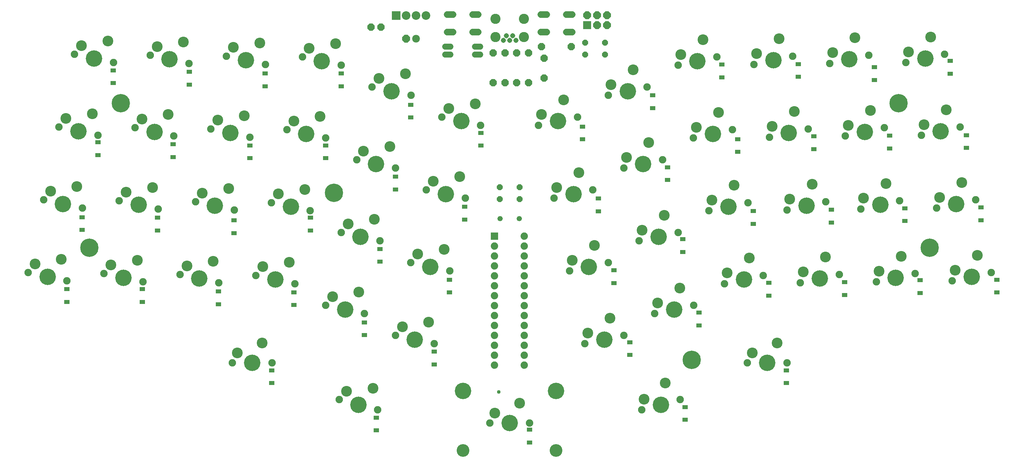
<source format=gbr>
G04 EAGLE Gerber RS-274X export*
G75*
%MOMM*%
%FSLAX34Y34*%
%LPD*%
%INSoldermask Bottom*%
%IPPOS*%
%AMOC8*
5,1,8,0,0,1.08239X$1,22.5*%
G01*
%ADD10C,4.203200*%
%ADD11C,1.903200*%
%ADD12C,2.743200*%
%ADD13C,3.253200*%
%ADD14C,1.311200*%
%ADD15C,2.603200*%
%ADD16C,1.341200*%
%ADD17C,1.524000*%
%ADD18P,2.034460X8X112.500000*%
%ADD19P,2.034460X8X202.500000*%
%ADD20P,1.649562X8X202.500000*%
%ADD21P,1.649562X8X22.500000*%
%ADD22P,2.144431X8X202.500000*%
%ADD23C,1.981200*%
%ADD24C,1.711200*%
%ADD25R,2.032000X2.032000*%
%ADD26P,2.199416X8X22.500000*%
%ADD27R,2.203200X2.203200*%
%ADD28C,2.203200*%
%ADD29R,1.879600X1.879600*%
%ADD30C,1.879600*%
%ADD31R,1.423200X1.113200*%
%ADD32P,2.034460X8X22.500000*%
%ADD33C,0.959600*%
%ADD34C,4.703200*%


D10*
X248500Y1050000D03*
D11*
X198810Y1060562D03*
X298190Y1039438D03*
D12*
X216514Y1082766D03*
X283907Y1094409D03*
D10*
X208900Y863660D03*
D11*
X159210Y874222D03*
X258590Y853098D03*
D12*
X176914Y896426D03*
X244307Y908069D03*
D10*
X169290Y677330D03*
D11*
X119600Y687892D03*
X218980Y666768D03*
D12*
X137304Y710096D03*
X204697Y721739D03*
D10*
X129680Y490990D03*
D11*
X79990Y501552D03*
X179370Y480428D03*
D12*
X97694Y523756D03*
X165087Y535399D03*
D10*
X441860Y1047660D03*
D11*
X392170Y1058222D03*
X491550Y1037098D03*
D12*
X409874Y1080426D03*
X477267Y1092069D03*
D10*
X403150Y861920D03*
D11*
X353460Y872482D03*
X452840Y851358D03*
D12*
X371164Y894686D03*
X438557Y906329D03*
D10*
X362940Y674990D03*
D11*
X313250Y685552D03*
X412630Y664428D03*
D12*
X330954Y707756D03*
X398347Y719399D03*
D10*
X323940Y488650D03*
D11*
X274250Y499212D03*
X373630Y478088D03*
D12*
X291954Y521416D03*
X359347Y533059D03*
D10*
X653200Y271030D03*
D11*
X602400Y271030D03*
X704000Y271030D03*
D12*
X615100Y296430D03*
X678600Y321830D03*
D10*
X637020Y1045320D03*
D11*
X587330Y1055882D03*
X686710Y1034758D03*
D12*
X605034Y1078086D03*
X672427Y1089729D03*
D10*
X597410Y858980D03*
D11*
X547720Y869542D03*
X647100Y848418D03*
D12*
X565424Y891746D03*
X632817Y903389D03*
D10*
X557800Y672650D03*
D11*
X508110Y683212D03*
X607490Y662088D03*
D12*
X525814Y705416D03*
X593207Y717059D03*
D10*
X518200Y486310D03*
D11*
X468510Y496872D03*
X567890Y475748D03*
D12*
X486214Y519076D03*
X553607Y530719D03*
D10*
X831280Y1042980D03*
D11*
X781590Y1053542D03*
X880970Y1032418D03*
D12*
X799294Y1075746D03*
X866687Y1087389D03*
D10*
X791670Y856640D03*
D11*
X741980Y867202D03*
X841360Y846078D03*
D12*
X759684Y889406D03*
X827077Y901049D03*
D10*
X752060Y670310D03*
D11*
X702370Y680872D03*
X801750Y659748D03*
D12*
X720074Y703076D03*
X787467Y714719D03*
D10*
X712450Y483970D03*
D11*
X662760Y494532D03*
X762140Y473408D03*
D12*
X680464Y516736D03*
X747857Y528379D03*
D10*
X924720Y163240D03*
D11*
X875651Y176388D03*
X973789Y150092D03*
D12*
X894492Y197636D03*
X962403Y205735D03*
D10*
X1009690Y966110D03*
D11*
X960000Y976672D03*
X1059380Y955548D03*
D12*
X977704Y998876D03*
X1045097Y1010519D03*
D10*
X970080Y779770D03*
D11*
X920390Y790332D03*
X1019770Y769208D03*
D12*
X938094Y812536D03*
X1005487Y824179D03*
D10*
X930480Y593430D03*
D11*
X880790Y603992D03*
X980170Y582868D03*
D12*
X898494Y626196D03*
X965887Y637839D03*
D10*
X890870Y407090D03*
D11*
X841180Y417652D03*
X940560Y396528D03*
D12*
X858884Y439856D03*
X926277Y451499D03*
D10*
X1188110Y889230D03*
D11*
X1138420Y899792D03*
X1237800Y878668D03*
D12*
X1156124Y921996D03*
X1223517Y933639D03*
D10*
X1148500Y702890D03*
D11*
X1098810Y713452D03*
X1198190Y692328D03*
D12*
X1116514Y735656D03*
X1183907Y747299D03*
D10*
X1108890Y516560D03*
D11*
X1059200Y527122D03*
X1158580Y505998D03*
D12*
X1076904Y549326D03*
X1144297Y560969D03*
D10*
X1069290Y330220D03*
D11*
X1019600Y340782D03*
X1118980Y319658D03*
D12*
X1037304Y362986D03*
X1104697Y374629D03*
D10*
X1311770Y116250D03*
D11*
X1260970Y116250D03*
X1362570Y116250D03*
D13*
X1192770Y46250D03*
X1430770Y46250D03*
D10*
X1192770Y198650D03*
X1430770Y198650D03*
D12*
X1273670Y141650D03*
X1337170Y167050D03*
D10*
X1435430Y889230D03*
D11*
X1385740Y878668D03*
X1485120Y899792D03*
D12*
X1392882Y906154D03*
X1449713Y944201D03*
D10*
X1475030Y702890D03*
D11*
X1425340Y692328D03*
X1524720Y713452D03*
D12*
X1432482Y719814D03*
X1489313Y757861D03*
D10*
X1514640Y516560D03*
D11*
X1464950Y505998D03*
X1564330Y527122D03*
D12*
X1472092Y533484D03*
X1528923Y571531D03*
D10*
X1554250Y330220D03*
D11*
X1504560Y319658D03*
X1603940Y340782D03*
D12*
X1511702Y347144D03*
X1568533Y385191D03*
D10*
X1613840Y966110D03*
D11*
X1564150Y955548D03*
X1663530Y976672D03*
D12*
X1571292Y983034D03*
X1628123Y1021081D03*
D10*
X1653450Y779770D03*
D11*
X1603760Y769208D03*
X1703140Y790332D03*
D12*
X1610902Y796694D03*
X1667733Y834741D03*
D10*
X1693060Y593430D03*
D11*
X1643370Y582868D03*
X1742750Y603992D03*
D12*
X1650512Y610354D03*
X1707343Y648401D03*
D10*
X1732670Y407090D03*
D11*
X1682980Y396528D03*
X1782360Y417652D03*
D12*
X1690122Y424014D03*
X1746953Y462061D03*
D10*
X1698720Y163240D03*
D11*
X1649651Y150092D03*
X1747789Y176388D03*
D12*
X1655344Y177914D03*
X1710107Y218883D03*
D10*
X1792260Y1042980D03*
D11*
X1742570Y1032418D03*
X1841950Y1053542D03*
D12*
X1749712Y1059904D03*
X1806543Y1097951D03*
D10*
X1831870Y856640D03*
D11*
X1782180Y846078D03*
X1881560Y867202D03*
D12*
X1789322Y873564D03*
X1846153Y911611D03*
D10*
X1871470Y670310D03*
D11*
X1821780Y659748D03*
X1921160Y680872D03*
D12*
X1828922Y687234D03*
X1885753Y725281D03*
D10*
X1911080Y483970D03*
D11*
X1861390Y473408D03*
X1960770Y494532D03*
D12*
X1868532Y500894D03*
X1925363Y538941D03*
D10*
X1986520Y1045320D03*
D11*
X1936830Y1034758D03*
X2036210Y1055882D03*
D12*
X1943972Y1062244D03*
X2000803Y1100291D03*
D10*
X2026120Y858980D03*
D11*
X1976430Y848418D03*
X2075810Y869542D03*
D12*
X1983572Y875904D03*
X2040403Y913951D03*
D10*
X2071130Y672650D03*
D11*
X2021440Y662088D03*
X2120820Y683212D03*
D12*
X2028582Y689574D03*
X2085413Y727621D03*
D10*
X2105340Y486310D03*
D11*
X2055650Y475748D03*
X2155030Y496872D03*
D12*
X2062792Y503234D03*
X2119623Y541281D03*
D10*
X1970400Y271030D03*
D11*
X1919600Y271030D03*
X2021200Y271030D03*
D12*
X1932300Y296430D03*
X1995800Y321830D03*
D10*
X2180780Y1047660D03*
D11*
X2131090Y1037098D03*
X2230470Y1058222D03*
D12*
X2138232Y1064584D03*
X2195063Y1102631D03*
D10*
X2220380Y861920D03*
D11*
X2170690Y851358D03*
X2270070Y872482D03*
D12*
X2177832Y878844D03*
X2234663Y916891D03*
D10*
X2259990Y674990D03*
D11*
X2210300Y664428D03*
X2309680Y685552D03*
D12*
X2217442Y691914D03*
X2274273Y729961D03*
D10*
X2299600Y488650D03*
D11*
X2249910Y478088D03*
X2349290Y499212D03*
D12*
X2257052Y505574D03*
X2313883Y543621D03*
D10*
X2375030Y1050000D03*
D11*
X2325340Y1039438D03*
X2424720Y1060562D03*
D12*
X2332482Y1066924D03*
X2389313Y1104971D03*
D10*
X2414640Y863660D03*
D11*
X2364950Y853098D03*
X2464330Y874222D03*
D12*
X2372092Y880584D03*
X2428923Y918631D03*
D10*
X2454250Y677330D03*
D11*
X2404560Y666768D03*
X2503940Y687892D03*
D12*
X2411702Y694254D03*
X2468533Y732301D03*
D10*
X2493860Y490990D03*
D11*
X2444170Y480428D03*
X2543550Y501552D03*
D12*
X2451312Y507914D03*
X2508143Y545961D03*
D14*
X1311770Y1096000D03*
X1295770Y1096000D03*
X1327770Y1096000D03*
X1303770Y1108000D03*
X1319770Y1108000D03*
D15*
X1348270Y1151500D03*
X1275270Y1151500D03*
X1348270Y1105000D03*
X1275270Y1105000D03*
D16*
X1287370Y640000D03*
X1336170Y640000D03*
D17*
X1236474Y1060000D02*
X1223266Y1060000D01*
X1160274Y1060000D02*
X1147066Y1060000D01*
X1223266Y1080000D02*
X1236474Y1080000D01*
X1160274Y1080000D02*
X1147066Y1080000D01*
D18*
X1270000Y988130D03*
X1270000Y1064330D03*
X1360000Y988130D03*
X1360000Y1064330D03*
X1300000Y988130D03*
X1300000Y1064330D03*
X1330000Y988130D03*
X1330000Y1064330D03*
D19*
X1469870Y1080000D03*
X1393670Y1080000D03*
D20*
X1337400Y720000D03*
X1286600Y720000D03*
D21*
X1286370Y690000D03*
X1337170Y690000D03*
D22*
X1047300Y1100000D03*
D23*
X1072700Y1100000D03*
D24*
X1151730Y1162500D02*
X1166810Y1162500D01*
X1216730Y1162500D02*
X1231810Y1162500D01*
X1166810Y1117500D02*
X1151730Y1117500D01*
X1216730Y1117500D02*
X1231810Y1117500D01*
X1456730Y1117500D02*
X1471810Y1117500D01*
X1406810Y1117500D02*
X1391730Y1117500D01*
X1456730Y1162500D02*
X1471810Y1162500D01*
X1406810Y1162500D02*
X1391730Y1162500D01*
D25*
X1510000Y1135000D03*
D26*
X1535400Y1135000D03*
X1560800Y1135000D03*
X1560800Y1160400D03*
X1535400Y1160400D03*
X1510000Y1160400D03*
D27*
X1021900Y1160000D03*
D28*
X1047300Y1160000D03*
X1072700Y1160000D03*
X1098100Y1160000D03*
D18*
X1400000Y999600D03*
X1400000Y1050400D03*
D21*
X1504600Y1090000D03*
X1555400Y1090000D03*
X1504600Y1060000D03*
X1555400Y1060000D03*
D29*
X1273210Y595200D03*
D30*
X1273210Y569800D03*
X1273210Y544400D03*
X1273210Y519000D03*
X1273210Y493600D03*
X1273210Y468200D03*
X1273210Y442800D03*
X1273210Y417400D03*
X1273210Y392000D03*
X1273210Y366600D03*
X1273210Y341200D03*
X1273210Y315800D03*
X1273210Y290400D03*
X1273210Y265000D03*
X1349410Y265000D03*
X1349410Y290400D03*
X1349410Y315800D03*
X1349410Y341200D03*
X1349410Y366600D03*
X1349410Y392000D03*
X1349410Y417400D03*
X1349410Y442800D03*
X1349410Y468200D03*
X1349410Y493600D03*
X1349410Y519000D03*
X1349410Y544400D03*
X1349410Y569800D03*
X1349410Y595200D03*
D31*
X298000Y986650D03*
X298000Y1019350D03*
X686000Y978650D03*
X686000Y1011350D03*
X1059000Y898650D03*
X1059000Y931350D03*
X1498000Y842650D03*
X1498000Y875350D03*
X1855000Y1001650D03*
X1855000Y1034350D03*
X2245000Y994650D03*
X2245000Y1027350D03*
X259000Y802650D03*
X259000Y835350D03*
X647000Y794650D03*
X647000Y827350D03*
X1020000Y714650D03*
X1020000Y747350D03*
X1539000Y658650D03*
X1539000Y691350D03*
X1895000Y810650D03*
X1895000Y843350D03*
X2284000Y819650D03*
X2284000Y852350D03*
X218000Y610650D03*
X218000Y643350D03*
X607000Y602650D03*
X607000Y635350D03*
X980000Y529650D03*
X980000Y562350D03*
X1579000Y474650D03*
X1579000Y507350D03*
X1935000Y626650D03*
X1935000Y659350D03*
X2323000Y633650D03*
X2323000Y666350D03*
X179000Y426650D03*
X179000Y459350D03*
X567000Y420650D03*
X567000Y453350D03*
X940000Y341650D03*
X940000Y374350D03*
X1619000Y290650D03*
X1619000Y323350D03*
X1975000Y442650D03*
X1975000Y475350D03*
X2362000Y449650D03*
X2362000Y482350D03*
X492000Y982650D03*
X492000Y1015350D03*
X881000Y978650D03*
X881000Y1011350D03*
X1238000Y826650D03*
X1238000Y859350D03*
X1678000Y922650D03*
X1678000Y955350D03*
X2050000Y1002650D03*
X2050000Y1035350D03*
X2439000Y1010650D03*
X2439000Y1043350D03*
X451000Y797650D03*
X451000Y830350D03*
X841000Y794650D03*
X841000Y827350D03*
X1197000Y637650D03*
X1197000Y670350D03*
X1716000Y738650D03*
X1716000Y771350D03*
X2090000Y817650D03*
X2090000Y850350D03*
X2480000Y820650D03*
X2480000Y853350D03*
X411000Y609650D03*
X411000Y642350D03*
X802000Y609650D03*
X802000Y642350D03*
X1158000Y450650D03*
X1158000Y483350D03*
X1755000Y554650D03*
X1755000Y587350D03*
X2135000Y629650D03*
X2135000Y662350D03*
X2518000Y635650D03*
X2518000Y668350D03*
X372000Y426650D03*
X372000Y459350D03*
X760000Y418650D03*
X760000Y451350D03*
X1119000Y266650D03*
X1119000Y299350D03*
X1796000Y366650D03*
X1796000Y399350D03*
X2169000Y444650D03*
X2169000Y477350D03*
X2558000Y450650D03*
X2558000Y483350D03*
X703000Y218650D03*
X703000Y251350D03*
X971000Y97650D03*
X971000Y130350D03*
X1363000Y66650D03*
X1363000Y99350D03*
X1761000Y124650D03*
X1761000Y157350D03*
X2020000Y218650D03*
X2020000Y251350D03*
D32*
X957300Y1130000D03*
X982700Y1130000D03*
D33*
X1284000Y196000D03*
D34*
X236770Y565000D03*
X316770Y935000D03*
X2306770Y935000D03*
X2386770Y565000D03*
X1777770Y278000D03*
X862770Y706000D03*
M02*

</source>
